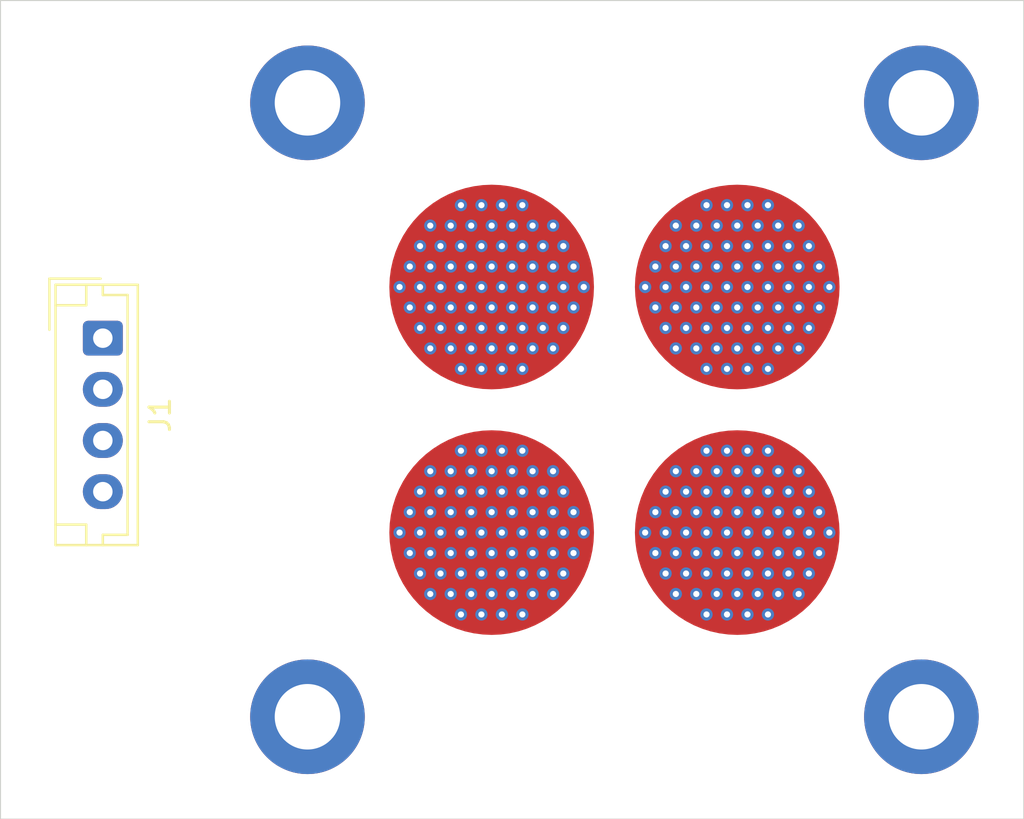
<source format=kicad_pcb>
(kicad_pcb (version 20241229) (generator "pcbnew") (generator_version "9.0")
  (layers (0 "F.Cu" signal) (4 "In1.Cu" signal) (6 "In2.Cu" signal) (2 "B.Cu" signal) (13 "F.Paste" user) (15 "B.Paste" user) (5 "F.SilkS" user "F.Silkscreen") (7 "B.SilkS" user "B.Silkscreen") (1 "F.Mask" user) (3 "B.Mask" user) (25 "Edge.Cuts" user))
  (net 0 "")
  (net 1 "/S1")
  (net 2 "/S2")
  (net 3 "/S3")
  (net 4 "/S4")
  (footprint "TP_Library:TP" (layer "F.Cu") (at 174.5 90)
    (property "Reference" "TP8" (hide yes))
    (property "Value" "TestPoint" (hide yes))
    (pad "1" thru_hole circle (at 0 0) (size 0.6 0.6) (drill 0.3) (layers "*.Cu" "*.Mask") (net 3 "/S3"))
  )
  (footprint "TP_Library:TP" (layer "F.Cu") (at 186.5 90)
    (property "Reference" "TP9" (hide yes))
    (property "Value" "TestPoint" (hide yes))
    (pad "1" thru_hole circle (at 0 0) (size 0.6 0.6) (drill 0.3) (layers "*.Cu" "*.Mask") (net 4 "/S4"))
  )
  (footprint "TP_Library:TP" (layer "F.Cu") (at 182.5 86)
    (property "Reference" "TP9" (hide yes))
    (property "Value" "TestPoint" (hide yes))
    (pad "1" thru_hole circle (at 0 0) (size 0.6 0.6) (drill 0.3) (layers "*.Cu" "*.Mask") (net 4 "/S4"))
  )
  (footprint "TP_Library:TP" (layer "F.Cu") (at 187.5 84)
    (property "Reference" "TP10" (hide yes))
    (property "Value" "TestPoint" (hide yes))
    (pad "1" thru_hole circle (at 0 0) (size 0.6 0.6) (drill 0.3) (layers "*.Cu" "*.Mask") (net 4 "/S4"))
  )
  (footprint "TP_Library:TP" (layer "F.Cu") (at 184.5 92)
    (property "Reference" "TP10" (hide yes))
    (property "Value" "TestPoint" (hide yes))
    (pad "1" thru_hole circle (at 0 0) (size 0.6 0.6) (drill 0.3) (layers "*.Cu" "*.Mask") (net 4 "/S4"))
  )
  (footprint "TP_Library:TP" (layer "F.Cu") (at 187.5 74)
    (property "Reference" "TP5" (hide yes))
    (property "Value" "TestPoint" (hide yes))
    (pad "1" thru_hole circle (at 0 0) (size 0.6 0.6) (drill 0.3) (layers "*.Cu" "*.Mask") (net 2 "/S2"))
  )
  (footprint "TP_Library:TP" (layer "F.Cu") (at 184 79)
    (property "Reference" "TP5" (hide yes))
    (property "Value" "TestPoint" (hide yes))
    (pad "1" thru_hole circle (at 0 0) (size 0.6 0.6) (drill 0.3) (layers "*.Cu" "*.Mask") (net 2 "/S2"))
  )
  (footprint "TP_Library:TP" (layer "F.Cu") (at 172.5 90)
    (property "Reference" "TP8" (hide yes))
    (property "Value" "TestPoint" (hide yes))
    (pad "1" thru_hole circle (at 0 0) (size 0.6 0.6) (drill 0.3) (layers "*.Cu" "*.Mask") (net 3 "/S3"))
  )
  (footprint "TP_Library:TP" (layer "F.Cu") (at 172 75)
    (property "Reference" "TP3" (hide yes))
    (property "Value" "TestPoint" (hide yes))
    (pad "1" thru_hole circle (at 0 0) (size 0.6 0.6) (drill 0.3) (layers "*.Cu" "*.Mask") (net 1 "/S1"))
  )
  (footprint "TP_Library:TP" (layer "F.Cu") (at 186.5 86)
    (property "Reference" "TP9" (hide yes))
    (property "Value" "TestPoint" (hide yes))
    (pad "1" thru_hole circle (at 0 0) (size 0.6 0.6) (drill 0.3) (layers "*.Cu" "*.Mask") (net 4 "/S4"))
  )
  (footprint "TP_Library:TP" (layer "F.Cu") (at 185 89)
    (property "Reference" "TP9" (hide yes))
    (property "Value" "TestPoint" (hide yes))
    (pad "1" thru_hole circle (at 0 0) (size 0.6 0.6) (drill 0.3) (layers "*.Cu" "*.Mask") (net 4 "/S4"))
  )
  (footprint "TP_Library:TP" (layer "F.Cu") (at 177 77)
    (property "Reference" "TP4" (hide yes))
    (property "Value" "TestPoint" (hide yes))
    (pad "1" thru_hole circle (at 0 0) (size 0.6 0.6) (drill 0.3) (layers "*.Cu" "*.Mask") (net 1 "/S1"))
  )
  (footprint "TP_Library:TP" (layer "F.Cu") (at 173.5 90)
    (property "Reference" "TP7" (hide yes))
    (property "Value" "TestPoint" (hide yes))
    (pad "1" thru_hole circle (at 0 0) (size 0.6 0.6) (drill 0.3) (layers "*.Cu" "*.Mask") (net 3 "/S3"))
  )
  (footprint "TP_Library:TP" (layer "F.Cu") (at 188.5 74)
    (property "Reference" "TP6" (hide yes))
    (property "Value" "TestPoint" (hide yes))
    (pad "1" thru_hole circle (at 0 0) (size 0.6 0.6) (drill 0.3) (layers "*.Cu" "*.Mask") (net 2 "/S2"))
  )
  (footprint "TP_Library:TP" (layer "F.Cu") (at 182.5 74)
    (property "Reference" "TP6" (hide yes))
    (property "Value" "TestPoint" (hide yes))
    (pad "1" thru_hole circle (at 0 0) (size 0.6 0.6) (drill 0.3) (layers "*.Cu" "*.Mask") (net 2 "/S2"))
  )
  (footprint "TP_Library:TP" (layer "F.Cu") (at 176 73)
    (property "Reference" "TP3" (hide yes))
    (property "Value" "TestPoint" (hide yes))
    (pad "1" thru_hole circle (at 0 0) (size 0.6 0.6) (drill 0.3) (layers "*.Cu" "*.Mask") (net 1 "/S1"))
  )
  (footprint "TP_Library:TP" (layer "F.Cu") (at 176.5 76)
    (property "Reference" "TP4" (hide yes))
    (property "Value" "TestPoint" (hide yes))
    (pad "1" thru_hole circle (at 0 0) (size 0.6 0.6) (drill 0.3) (layers "*.Cu" "*.Mask") (net 1 "/S1"))
  )
  (footprint "TP_Library:TP" (layer "F.Cu") (at 186.5 76)
    (property "Reference" "TP6" (hide yes))
    (property "Value" "TestPoint" (hide yes))
    (pad "1" thru_hole circle (at 0 0) (size 0.6 0.6) (drill 0.3) (layers "*.Cu" "*.Mask") (net 2 "/S2"))
  )
  (footprint "TP_Library:TP" (layer "F.Cu") (at 172.5 78)
    (property "Reference" "TP4" (hide yes))
    (property "Value" "TestPoint" (hide yes))
    (pad "1" thru_hole circle (at 0 0) (size 0.6 0.6) (drill 0.3) (layers "*.Cu" "*.Mask") (net 1 "/S1"))
  )
  (footprint "TP_Library:TP" (layer "F.Cu") (at 187.5 80)
    (property "Reference" "TP6" (hide yes))
    (property "Value" "TestPoint" (hide yes))
    (pad "1" thru_hole circle (at 0 0) (size 0.6 0.6) (drill 0.3) (layers "*.Cu" "*.Mask") (net 2 "/S2"))
  )
  (footprint "TP_Library:TP" (layer "F.Cu") (at 176.5 88)
    (property "Reference" "TP7" (hide yes))
    (property "Value" "TestPoint" (hide yes))
    (pad "1" thru_hole circle (at 0 0) (size 0.6 0.6) (drill 0.3) (layers "*.Cu" "*.Mask") (net 3 "/S3"))
  )
  (footprint "TP_Library:TP" (layer "F.Cu") (at 172 85)
    (property "Reference" "TP7" (hide yes))
    (property "Value" "TestPoint" (hide yes))
    (pad "1" thru_hole circle (at 0 0) (size 0.6 0.6) (drill 0.3) (layers "*.Cu" "*.Mask") (net 3 "/S3"))
  )
  (footprint "TP_Library:TP" (layer "F.Cu") (at 174 77)
    (property "Reference" "TP3" (hide yes))
    (property "Value" "TestPoint" (hide yes))
    (pad "1" thru_hole circle (at 0 0) (size 0.6 0.6) (drill 0.3) (layers "*.Cu" "*.Mask") (net 1 "/S1"))
  )
  (footprint "TP_Library:TP" (layer "F.Cu") (at 172.5 80)
    (property "Reference" "TP3" (hide yes))
    (property "Value" "TestPoint" (hide yes))
    (pad "1" thru_hole circle (at 0 0) (size 0.6 0.6) (drill 0.3) (layers "*.Cu" "*.Mask") (net 1 "/S1"))
  )
  (footprint "TP_Library:TP" (layer "F.Cu") (at 185.5 72)
    (property "Reference" "TP5" (hide yes))
    (property "Value" "TestPoint" (hide yes))
    (pad "1" thru_hole circle (at 0 0) (size 0.6 0.6) (drill 0.3) (layers "*.Cu" "*.Mask") (net 2 "/S2"))
  )
  (footprint "TP_Library:TP" (layer "F.Cu") (at 169.5 76)
    (property "Reference" "TP3" (hide yes))
    (property "Value" "TestPoint" (hide yes))
    (pad "1" thru_hole circle (at 0 0) (size 0.6 0.6) (drill 0.3) (layers "*.Cu" "*.Mask") (net 1 "/S1"))
  )
  (footprint "TP_Library:TP" (layer "F.Cu") (at 173 79)
    (property "Reference" "TP4" (hide yes))
    (property "Value" "TestPoint" (hide yes))
    (pad "1" thru_hole circle (at 0 0) (size 0.6 0.6) (drill 0.3) (layers "*.Cu" "*.Mask") (net 1 "/S1"))
  )
  (footprint "TP_Library:TP" (layer "F.Cu") (at 177 73)
    (property "Reference" "TP4" (hide yes))
    (property "Value" "TestPoint" (hide yes))
    (pad "1" thru_hole circle (at 0 0) (size 0.6 0.6) (drill 0.3) (layers "*.Cu" "*.Mask") (net 1 "/S1"))
  )
  (footprint "TP_Library:TP" (layer "F.Cu") (at 171 91)
    (property "Reference" "TP8" (hide yes))
    (property "Value" "TestPoint" (hide yes))
    (pad "1" thru_hole circle (at 0 0) (size 0.6 0.6) (drill 0.3) (layers "*.Cu" "*.Mask") (net 3 "/S3"))
  )
  (footprint "TP_Library:TP" (layer "F.Cu") (at 183 85)
    (property "Reference" "TP9" (hide yes))
    (property "Value" "TestPoint" (hide yes))
    (pad "1" thru_hole circle (at 0 0) (size 0.6 0.6) (drill 0.3) (layers "*.Cu" "*.Mask") (net 4 "/S4"))
  )
  (footprint "TP_Library:TP" (layer "F.Cu") (at 174.5 84)
    (property "Reference" "TP7" (hide yes))
    (property "Value" "TestPoint" (hide yes))
    (pad "1" thru_hole circle (at 0 0) (size 0.6 0.6) (drill 0.3) (layers "*.Cu" "*.Mask") (net 3 "/S3"))
  )
  (footprint "TP_Library:TP" (layer "F.Cu") (at 188 87)
    (property "Reference" "TP10" (hide yes))
    (property "Value" "TestPoint" (hide yes))
    (pad "1" thru_hole circle (at 0 0) (size 0.6 0.6) (drill 0.3) (layers "*.Cu" "*.Mask") (net 4 "/S4"))
  )
  (footprint "TP_Library:TP" (layer "F.Cu") (at 173.5 74)
    (property "Reference" "TP3" (hide yes))
    (property "Value" "TestPoint" (hide yes))
    (pad "1" thru_hole circle (at 0 0) (size 0.6 0.6) (drill 0.3) (layers "*.Cu" "*.Mask") (net 1 "/S1"))
  )
  (footprint "TP_Library:TP" (layer "F.Cu") (at 186.5 74)
    (property "Reference" "TP6" (hide yes))
    (property "Value" "TestPoint" (hide yes))
    (pad "1" thru_hole circle (at 0 0) (size 0.6 0.6) (drill 0.3) (layers "*.Cu" "*.Mask") (net 2 "/S2"))
  )
  (footprint "TP_Library:TP" (layer "F.Cu") (at 171.5 74)
    (property "Reference" "TP3" (hide yes))
    (property "Value" "TestPoint" (hide yes))
    (pad "1" thru_hole circle (at 0 0) (size 0.6 0.6) (drill 0.3) (layers "*.Cu" "*.Mask") (net 1 "/S1"))
  )
  (footprint "TP_Library:TP" (layer "F.Cu") (at 185.5 74)
    (property "Reference" "TP5" (hide yes))
    (property "Value" "TestPoint" (hide yes))
    (pad "1" thru_hole circle (at 0 0) (size 0.6 0.6) (drill 0.3) (layers "*.Cu" "*.Mask") (net 2 "/S2"))
  )
  (footprint "TP_Library:TP" (layer "F.Cu") (at 173 77)
    (property "Reference" "TP4" (hide yes))
    (property "Value" "TestPoint" (hide yes))
    (pad "1" thru_hole circle (at 0 0) (size 0.6 0.6) (drill 0.3) (layers "*.Cu" "*.Mask") (net 1 "/S1"))
  )
  (footprint "TP_Library:TP" (layer "F.Cu") (at 173 85)
    (property "Reference" "TP8" (hide yes))
    (property "Value" "TestPoint" (hide yes))
    (pad "1" thru_hole circle (at 0 0) (size 0.6 0.6) (drill 0.3) (layers "*.Cu" "*.Mask") (net 3 "/S3"))
  )
  (footprint "TP_Library:TP" (layer "F.Cu") (at 184 75)
    (property "Reference" "TP5" (hide yes))
    (property "Value" "TestPoint" (hide yes))
    (pad "1" thru_hole circle (at 0 0) (size 0.6 0.6) (drill 0.3) (layers "*.Cu" "*.Mask") (net 2 "/S2"))
  )
  (footprint "TP_Library:TP" (layer "F.Cu") (at 175 75)
    (property "Reference" "TP4" (hide yes))
    (property "Value" "TestPoint" (hide yes))
    (pad "1" thru_hole circle (at 0 0) (size 0.6 0.6) (drill 0.3) (layers "*.Cu" "*.Mask") (net 1 "/S1"))
  )
  (footprint "TP_Library:TP" (layer "F.Cu") (at 177 89)
    (property "Reference" "TP8" (hide yes))
    (property "Value" "TestPoint" (hide yes))
    (pad "1" thru_hole circle (at 0 0) (size 0.6 0.6) (drill 0.3) (layers "*.Cu" "*.Mask") (net 3 "/S3"))
  )
  (footprint "TP_Library:TP" (layer "F.Cu") (at 187 85)
    (property "Reference" "TP9" (hide yes))
    (property "Value" "TestPoint" (hide yes))
    (pad "1" thru_hole circle (at 0 0) (size 0.6 0.6) (drill 0.3) (layers "*.Cu" "*.Mask") (net 4 "/S4"))
  )
  (footprint "TP_Library:TP" (layer "F.Cu") (at 174 91)
    (property "Reference" "TP7" (hide yes))
    (property "Value" "TestPoint" (hide yes))
    (pad "1" thru_hole circle (at 0 0) (size 0.6 0.6) (drill 0.3) (layers "*.Cu" "*.Mask") (net 3 "/S3"))
  )
  (footprint "TP_Library:TP" (layer "F.Cu") (at 188 73)
    (property "Reference" "TP5" (hide yes))
    (property "Value" "TestPoint" (hide yes))
    (pad "1" thru_hole circle (at 0 0) (size 0.6 0.6) (drill 0.3) (layers "*.Cu" "*.Mask") (net 2 "/S2"))
  )
  (footprint "TP_Library:TP" (layer "F.Cu") (at 177 75)
    (property "Reference" "TP4" (hide yes))
    (property "Value" "TestPoint" (hide yes))
    (pad "1" thru_hole circle (at 0 0) (size 0.6 0.6) (drill 0.3) (layers "*.Cu" "*.Mask") (net 1 "/S1"))
  )
  (footprint "TP_Library:TP" (layer "F.Cu") (at 175.5 88)
    (property "Reference" "TP8" (hide yes))
    (property "Value" "TestPoint" (hide yes))
    (pad "1" thru_hole circle (at 0 0) (size 0.6 0.6) (drill 0.3) (layers "*.Cu" "*.Mask") (net 3 "/S3"))
  )
  (footprint "MountingHole:MountingHole_3.2mm_M3_DIN965_Pad" (layer "F.Cu") (at 195 67)
    (property "Reference" "REF**" (hide yes))
    (property "Value" "MountingHole_3.2mm_M3_DIN965_Pad" (hide yes))
    (pad "1" thru_hole circle (at 0 0) (size 5.6 5.6) (drill 3.2) (layers "*.Cu" "*.Mask"))
  )
  (footprint "TP_Library:TP" (layer "F.Cu") (at 175 73)
    (property "Reference" "TP4" (hide yes))
    (property "Value" "TestPoint" (hide yes))
    (pad "1" thru_hole circle (at 0 0) (size 0.6 0.6) (drill 0.3) (layers "*.Cu" "*.Mask") (net 1 "/S1"))
  )
  (footprint "TP_Library:TP" (layer "F.Cu") (at 172 89)
    (property "Reference" "TP7" (hide yes))
    (property "Value" "TestPoint" (hide yes))
    (pad "1" thru_hole circle (at 0 0) (size 0.6 0.6) (drill 0.3) (layers "*.Cu" "*.Mask") (net 3 "/S3"))
  )
  (footprint "" (layer "F.Cu") (at 182 89)
    (property "Reference" "" (at 0 0 0) (layer "F.SilkS") (effects (font (size 1.27 1.27))))
    (property "Value" "")
    (pad "1" thru_hole circle (at 0 0) (size 0.6 0.6) (drill 0.3) (layers "*.Cu" "*.Mask") (net 4 "/S4"))
  )
  (footprint "TP_Library:TP" (layer "F.Cu") (at 185 79)
    (property "Reference" "TP6" (hide yes))
    (property "Value" "TestPoint" (hide yes))
    (pad "1" thru_hole circle (at 0 0) (size 0.6 0.6) (drill 0.3) (layers "*.Cu" "*.Mask") (net 2 "/S2"))
  )
  (footprint "TP_Library:TP" (layer "F.Cu") (at 174.5 88)
    (property "Reference" "TP7" (hide yes))
    (property "Value" "TestPoint" (hide yes))
    (pad "1" thru_hole circle (at 0 0) (size 0.6 0.6) (drill 0.3) (layers "*.Cu" "*.Mask") (net 3 "/S3"))
  )
  (footprint "TP_Library:TP" (layer "F.Cu") (at 176 75)
    (property "Reference" "TP3" (hide yes))
    (property "Value" "TestPoint" (hide yes))
    (pad "1" thru_hole circle (at 0 0) (size 0.6 0.6) (drill 0.3) (layers "*.Cu" "*.Mask") (net 1 "/S1"))
  )
  (footprint "TP_Library:TP" (layer "F.Cu") (at 184 89)
    (property "Reference" "TP10" (hide yes))
    (property "Value" "TestPoint" (hide yes))
    (pad "1" thru_hole circle (at 0 0) (size 0.6 0.6) (drill 0.3) (layers "*.Cu" "*.Mask") (net 4 "/S4"))
  )
  (footprint "TP_Library:TP" (layer "F.Cu") (at 174.5 86)
    (property "Reference" "TP7" (hide yes))
    (property "Value" "TestPoint" (hide yes))
    (pad "1" thru_hole circle (at 0 0) (size 0.6 0.6) (drill 0.3) (layers "*.Cu" "*.Mask") (net 3 "/S3"))
  )
  (footprint "TP_Library:TP" (layer "F.Cu") (at 187 73)
    (property "Reference" "TP6" (hide yes))
    (property "Value" "TestPoint" (hide yes))
    (pad "1" thru_hole circle (at 0 0) (size 0.6 0.6) (drill 0.3) (layers "*.Cu" "*.Mask") (net 2 "/S2"))
  )
  (footprint "TP_Library:TP" (layer "F.Cu") (at 188.5 90)
    (property "Reference" "TP9" (hide yes))
    (property "Value" "TestPoint" (hide yes))
    (pad "1" thru_hole circle (at 0 0) (size 0.6 0.6) (drill 0.3) (layers "*.Cu" "*.Mask") (net 4 "/S4"))
  )
  (footprint "TP_Library:TP" (layer "F.Cu") (at 186.5 88)
    (property "Reference" "TP9" (hide yes))
    (property "Value" "TestPoint" (hide yes))
    (pad "1" thru_hole circle (at 0 0) (size 0.6 0.6) (drill 0.3) (layers "*.Cu" "*.Mask") (net 4 "/S4"))
  )
  (footprint "TP_Library:TP" (layer "F.Cu") (at 184.5 84)
    (property "Reference" "TP9" (hide yes))
    (property "Value" "TestPoint" (hide yes))
    (pad "1" thru_hole circle (at 0 0) (size 0.6 0.6) (drill 0.3) (layers "*.Cu" "*.Mask") (net 4 "/S4"))
  )
  (footprint "TP_Library:TP" (layer "F.Cu") (at 184.5 72)
    (property "Reference" "TP6" (hide yes))
    (property "Value" "TestPoint" (hide yes))
    (pad "1" thru_hole circle (at 0 0) (size 0.6 0.6) (drill 0.3) (layers "*.Cu" "*.Mask") (net 2 "/S2"))
  )
  (footprint "TP_Library:TP" (layer "F.Cu") (at 183.5 88)
    (property "Reference" "TP10" (hide yes))
    (property "Value" "TestPoint" (hide yes))
    (pad "1" thru_hole circle (at 0 0) (size 0.6 0.6) (drill 0.3) (layers "*.Cu" "*.Mask") (net 4 "/S4"))
  )
  (footprint "TP_Library:TP" (layer "F.Cu") (at 171 73)
    (property "Reference" "TP4" (hide yes))
    (property "Value" "TestPoint" (hide yes))
    (pad "1" thru_hole circle (at 0 0) (size 0.6 0.6) (drill 0.3) (layers "*.Cu" "*.Mask") (net 1 "/S1"))
  )
  (footprint "TP_Library:TP" (layer "F.Cu") (at 174.5 72)
    (property "Reference" "TP4" (hide yes))
    (property "Value" "TestPoint" (hide yes))
    (pad "1" thru_hole circle (at 0 0) (size 0.6 0.6) (drill 0.3) (layers "*.Cu" "*.Mask") (net 1 "/S1"))
  )
  (footprint "MountingHole:MountingHole_3.2mm_M3_DIN965_Pad" (layer "F.Cu") (at 165 67)
    (property "Reference" "REF**" (hide yes))
    (property "Value" "MountingHole_3.2mm_M3_DIN965_Pad" (hide yes))
    (pad "1" thru_hole circle (at 0 0) (size 5.6 5.6) (drill 3.2) (layers "*.Cu" "*.Mask"))
  )
  (footprint "TP_Library:TP" (layer "F.Cu") (at 174 73)
    (property "Reference" "TP3" (hide yes))
    (property "Value" "TestPoint" (hide yes))
    (pad "1" thru_hole circle (at 0 0) (size 0.6 0.6) (drill 0.3) (layers "*.Cu" "*.Mask") (net 1 "/S1"))
  )
  (footprint "TP_Library:TP" (layer "F.Cu") (at 174 87)
    (property "Reference" "TP7" (hide yes))
    (property "Value" "TestPoint" (hide yes))
    (pad "1" thru_hole circle (at 0 0) (size 0.6 0.6) (drill 0.3) (layers "*.Cu" "*.Mask") (net 3 "/S3"))
  )
  (footprint "TP_Library:TP" (layer "F.Cu") (at 184 85)
    (property "Reference" "TP10" (hide yes))
    (property "Value" "TestPoint" (hide yes))
    (pad "1" thru_hole circle (at 0 0) (size 0.6 0.6) (drill 0.3) (layers "*.Cu" "*.Mask") (net 4 "/S4"))
  )
  (footprint "TP_Library:TP" (layer "F.Cu") (at 186.5 84)
    (property "Reference" "TP9" (hide yes))
    (property "Value" "TestPoint" (hide yes))
    (pad "1" thru_hole circle (at 0 0) (size 0.6 0.6) (drill 0.3) (layers "*.Cu" "*.Mask") (net 4 "/S4"))
  )
  (footprint "TP_Library:TP" (layer "F.Cu") (at 183 77)
    (property "Reference" "TP6" (hide yes))
    (property "Value" "TestPoint" (hide yes))
    (pad "1" thru_hole circle (at 0 0) (size 0.6 0.6) (drill 0.3) (layers "*.Cu" "*.Mask") (net 2 "/S2"))
  )
  (footprint "TP_Library:TP" (layer "F.Cu") (at 171 89)
    (property "Reference" "TP8" (hide yes))
    (property "Value" "TestPoint" (hide yes))
    (pad "1" thru_hole circle (at 0 0) (size 0.6 0.6) (drill 0.3) (layers "*.Cu" "*.Mask") (net 3 "/S3"))
  )
  (footprint "TP_Library:TP" (layer "F.Cu") (at 176 79)
    (property "Reference" "TP3" (hide yes))
    (property "Value" "TestPoint" (hide yes))
    (pad "1" thru_hole circle (at 0 0) (size 0.6 0.6) (drill 0.3) (layers "*.Cu" "*.Mask") (net 1 "/S1"))
  )
  (footprint "TP_Library:TP" (layer "F.Cu") (at 173 73)
    (property "Reference" "TP4" (hide yes))
    (property "Value" "TestPoint" (hide yes))
    (pad "1" thru_hole circle (at 0 0) (size 0.6 0.6) (drill 0.3) (layers "*.Cu" "*.Mask") (net 1 "/S1"))
  )
  (footprint "TP_Library:TP" (layer "F.Cu") (at 188 89)
    (property "Reference" "TP10" (hide yes))
    (property "Value" "TestPoint" (hide yes))
    (pad "1" thru_hole circle (at 0 0) (size 0.6 0.6) (drill 0.3) (layers "*.Cu" "*.Mask") (net 4 "/S4"))
  )
  (footprint "TP_Library:TP" (layer "F.Cu") (at 184.5 90)
    (property "Reference" "TP9" (hide yes))
    (property "Value" "TestPoint" (hide yes))
    (pad "1" thru_hole circle (at 0 0) (size 0.6 0.6) (drill 0.3) (layers "*.Cu" "*.Mask") (net 4 "/S4"))
  )
  (footprint "TP_Library:TP" (layer "F.Cu") (at 172.5 72)
    (property "Reference" "TP4" (hide yes))
    (property "Value" "TestPoint" (hide yes))
    (pad "1" thru_hole circle (at 0 0) (size 0.6 0.6) (drill 0.3) (layers "*.Cu" "*.Mask") (net 1 "/S1"))
  )
  (footprint "TP_Library:TP" (layer "F.Cu") (at 190 87)
    (property "Reference" "TP10" (hide yes))
    (property "Value" "TestPoint" (hide yes))
    (pad "1" thru_hole circle (at 0 0) (size 0.6 0.6) (drill 0.3) (layers "*.Cu" "*.Mask") (net 4 "/S4"))
  )
  (footprint "TP_Library:TP" (layer "F.Cu") (at 176.5 86)
    (property "Reference" "TP7" (hide yes))
    (property "Value" "TestPoint" (hide yes))
    (pad "1" thru_hole circle (at 0 0) (size 0.6 0.6) (drill 0.3) (layers "*.Cu" "*.Mask") (net 3 "/S3"))
  )
  (footprint "TP_Library:TP" (layer "F.Cu") (at 187.5 92)
    (property "Reference" "TP9" (hide yes))
    (property "Value" "TestPoint" (hide yes))
    (pad "1" thru_hole circle (at 0 0) (size 0.6 0.6) (drill 0.3) (layers "*.Cu" "*.Mask") (net 4 "/S4"))
  )
  (footprint "TP_Library:TP" (layer "F.Cu") (at 177.5 88)
    (property "Reference" "TP7" (hide yes))
    (property "Value" "TestPoint" (hide yes))
    (pad "1" thru_hole circle (at 0 0) (size 0.6 0.6) (drill 0.3) (layers "*.Cu" "*.Mask") (net 3 "/S3"))
  )
  (footprint "TP_Library:TP" (layer "F.Cu") (at 183 75)
    (property "Reference" "TP6" (hide yes))
    (property "Value" "TestPoint" (hide yes))
    (pad "1" thru_hole circle (at 0 0) (size 0.6 0.6) (drill 0.3) (layers "*.Cu" "*.Mask") (net 2 "/S2"))
  )
  (footprint "TP_Library:TP" (layer "F.Cu") (at 183.5 90)
    (property "Reference" "TP10" (hide yes))
    (property "Value" "TestPoint" (hide yes))
    (pad "1" thru_hole circle (at 0 0) (size 0.6 0.6) (drill 0.3) (layers "*.Cu" "*.Mask") (net 4 "/S4"))
  )
  (footprint "TP_Library:TP" (layer "F.Cu") (at 171.5 86)
    (property "Reference" "TP8" (hide yes))
    (property "Value" "TestPoint" (hide yes))
    (pad "1" thru_hole circle (at 0 0) (size 0.6 0.6) (drill 0.3) (layers "*.Cu" "*.Mask") (net 3 "/S3"))
  )
  (footprint "TP_Library:TP" (layer "F.Cu") (at 171 87)
    (property "Reference" "TP8" (hide yes))
    (property "Value" "TestPoint" (hide yes))
    (pad "1" thru_hole circle (at 0 0) (size 0.6 0.6) (drill 0.3) (layers "*.Cu" "*.Mask") (net 3 "/S3"))
  )
  (footprint "TP_Library:TP" (layer "F.Cu") (at 184.5 86)
    (property "Reference" "TP9" (hide yes))
    (property "Value" "TestPoint" (hide yes))
    (pad "1" thru_hole circle (at 0 0) (size 0.6 0.6) (drill 0.3) (layers "*.Cu" "*.Mask") (net 4 "/S4"))
  )
  (footprint "TP_Library:TP" (layer "F.Cu") (at 187 87)
    (property "Reference" "TP9" (hide yes))
    (property "Value" "TestPoint" (hide yes))
    (pad "1" thru_hole circle (at 0 0) (size 0.6 0.6) (drill 0.3) (layers "*.Cu" "*.Mask") (net 4 "/S4"))
  )
  (footprint "TP_Library:TP" (layer "F.Cu") (at 170.5 74)
    (property "Reference" "TP4" (hide yes))
    (property "Value" "TestPoint" (hide yes))
    (pad "1" thru_hole circle (at 0 0) (size 0.6 0.6) (drill 0.3) (layers "*.Cu" "*.Mask") (net 1 "/S1"))
  )
  (footprint "TP_Library:TP" (layer "F.Cu") (at 176 87)
    (property "Reference" "TP7" (hide yes))
    (property "Value" "TestPoint" (hide yes))
    (pad "1" thru_hole circle (at 0 0) (size 0.6 0.6) (drill 0.3) (layers "*.Cu" "*.Mask") (net 3 "/S3"))
  )
  (footprint "TP_Library:TP" (layer "F.Cu") (at 185.5 80)
    (property "Reference" "TP6" (hide yes))
    (property "Value" "TestPoint" (hide yes))
    (pad "1" thru_hole circle (at 0 0) (size 0.6 0.6) (drill 0.3) (layers "*.Cu" "*.Mask") (net 2 "/S2"))
  )
  (footprint "TP_Library:TP" (layer "F.Cu") (at 186 77)
    (property "Reference" "TP5" (hide yes))
    (property "Value" "TestPoint" (hide yes))
    (pad "1" thru_hole circle (at 0 0) (size 0.6 0.6) (drill 0.3) (layers "*.Cu" "*.Mask") (net 2 "/S2"))
  )
  (footprint "" (layer "F.Cu") (at 182 87)
    (property "Reference" "" (at 0 0 0) (layer "F.SilkS") (effects (font (size 1.27 1.27))))
    (property "Value" "")
    (pad "1" thru_hole circle (at 0 0) (size 0.6 0.6) (drill 0.3) (layers "*.Cu" "*.Mask") (net 4 "/S4"))
  )
  (footprint "TP_Library:TP" (layer "F.Cu") (at 176.5 78)
    (property "Reference" "TP4" (hide yes))
    (property "Value" "TestPoint" (hide yes))
    (pad "1" thru_hole circle (at 0 0) (size 0.6 0.6) (drill 0.3) (layers "*.Cu" "*.Mask") (net 1 "/S1"))
  )
  (footprint "TP_Library:TP" (layer "F.Cu") (at 187 79)
    (property "Reference" "TP6" (hide yes))
    (property "Value" "TestPoint" (hide yes))
    (pad "1" thru_hole circle (at 0 0) (size 0.6 0.6) (drill 0.3) (layers "*.Cu" "*.Mask") (net 2 "/S2"))
  )
  (footprint "TP_Library:TP" (layer "F.Cu") (at 189 79)
    (property "Reference" "TP6" (hide yes))
    (property "Value" "TestPoint" (hide yes))
    (pad "1" thru_hole circle (at 0 0) (size 0.6 0.6) (drill 0.3) (layers "*.Cu" "*.Mask") (net 2 "/S2"))
  )
  (footprint "TP_Library:TP" (layer "F.Cu") (at 188 91)
    (property "Reference" "TP10" (hide yes))
    (property "Value" "TestPoint" (hide yes))
    (pad "1" thru_hole circle (at 0 0) (size 0.6 0.6) (drill 0.3) (layers "*.Cu" "*.Mask") (net 4 "/S4"))
  )
  (footprint "TP_Library:TP" (layer "F.Cu") (at 172 77)
    (property "Reference" "TP3" (hide yes))
    (property "Value" "TestPoint" (hide yes))
    (pad "1" thru_hole circle (at 0 0) (size 0.6 0.6) (drill 0.3) (layers "*.Cu" "*.Mask") (net 1 "/S1"))
  )
  (footprint "TP_Library:TP" (layer "F.Cu") (at 187 91)
    (property "Reference" "TP9" (hide yes))
    (property "Value" "TestPoint" (hide yes))
    (pad "1" thru_hole circle (at 0 0) (size 0.6 0.6) (drill 0.3) (layers "*.Cu" "*.Mask") (net 4 "/S4"))
  )
  (footprint "TP_Library:TP" (layer "F.Cu") (at 172.5 76)
    (property "Reference" "TP4" (hide yes))
    (property "Value" "TestPoint" (hide yes))
    (pad "1" thru_hole circle (at 0 0) (size 0.6 0.6) (drill 0.3) (layers "*.Cu" "*.Mask") (net 1 "/S1"))
  )
  (footprint "TP_Library:TP" (layer "F.Cu") (at 184.5 80)
    (property "Reference" "TP5" (hide yes))
    (property "Value" "TestPoint" (hide yes))
    (pad "1" thru_hole circle (at 0 0) (size 0.6 0.6) (drill 0.3) (layers "*.Cu" "*.Mask") (net 2 "/S2"))
  )
  (footprint "TP_Library:TP" (layer "F.Cu") (at 185.5 88)
    (property "Reference" "TP10" (hide yes))
    (property "Value" "TestPoint" (hide yes))
    (pad "1" thru_hole circle (at 0 0) (size 0.6 0.6) (drill 0.3) (layers "*.Cu" "*.Mask") (net 4 "/S4"))
  )
  (footprint "TP_Library:TP" (layer "F.Cu") (at 175 77)
    (property "Reference" "TP4" (hide yes))
    (property "Value" "TestPoint" (hide yes))
    (pad "1" thru_hole circle (at 0 0) (size 0.6 0.6) (drill 0.3) (layers "*.Cu" "*.Mask") (net 1 "/S1"))
  )
  (footprint "MountingHole:MountingHole_3.2mm_M3_DIN965_Pad" (layer "F.Cu") (at 165 97)
    (property "Reference" "REF**" (hide yes))
    (property "Value" "MountingHole_3.2mm_M3_DIN965_Pad" (hide yes))
    (pad "1" thru_hole circle (at 0 0) (size 5.6 5.6) (drill 3.2) (layers "*.Cu" "*.Mask"))
  )
  (footprint "TP_Library:TP" (layer "F.Cu") (at 189 77)
    (property "Reference" "TP6" (hide yes))
    (property "Value" "TestPoint" (hide yes))
    (pad "1" thru_hole circle (at 0 0) (size 0.6 0.6) (drill 0.3) (layers "*.Cu" "*.Mask") (net 2 "/S2"))
  )
  (footprint "TP_Library:TP" (layer "F.Cu") (at 172 87)
    (property "Reference" "TP7" (hide yes))
    (property "Value" "TestPoint" (hide yes))
    (pad "1" thru_hole circle (at 0 0) (size 0.6 0.6) (drill 0.3) (layers "*.Cu" "*.Mask") (net 3 "/S3"))
  )
  (footprint "TP_Library:TP" (layer "F.Cu") (at 172 79)
    (property "Reference" "TP3" (hide yes))
    (property "Value" "TestPoint" (hide yes))
    (pad "1" thru_hole circle (at 0 0) (size 0.6 0.6) (drill 0.3) (layers "*.Cu" "*.Mask") (net 1 "/S1"))
  )
  (footprint "TP_Library:TP" (layer "F.Cu") (at 184.5 78)
    (property "Reference" "TP6" (hide yes))
    (property "Value" "TestPoint" (hide yes))
    (pad "1" thru_hole circle (at 0 0) (size 0.6 0.6) (drill 0.3) (layers "*.Cu" "*.Mask") (net 2 "/S2"))
  )
  (footprint "TP_Library:TP" (layer "F.Cu") (at 185 91)
    (property "Reference" "TP9" (hide yes))
    (property "Value" "TestPoint" (hide yes))
    (pad "1" thru_hole circle (at 0 0) (size 0.6 0.6) (drill 0.3) (layers "*.Cu" "*.Mask") (net 4 "/S4"))
  )
  (footprint "TP_Library:TP" (layer "F.Cu") (at 172.5 88)
    (property "Reference" "TP7" (hide yes))
    (property "Value" "TestPoint" (hide yes))
    (pad "1" thru_hole circle (at 0 0) (size 0.6 0.6) (drill 0.3) (layers "*.Cu" "*.Mask") (net 3 "/S3"))
  )
  (footprint "TP_Library:TP" (layer "F.Cu") (at 189.5 86)
    (property "Reference" "TP10" (hide yes))
    (property "Value" "TestPoint" (hide yes))
    (pad "1" thru_hole circle (at 0 0) (size 0.6 0.6) (drill 0.3) (layers "*.Cu" "*.Mask") (net 4 "/S4"))
  )
  (footprint "TP_Library:TP" (layer "F.Cu") (at 187.5 72)
    (property "Reference" "TP5" (hide yes))
    (property "Value" "TestPoint" (hide yes))
    (pad "1" thru_hole circle (at 0 0) (size 0.6 0.6) (drill 0.3) (layers "*.Cu" "*.Mask") (net 2 "/S2"))
  )
  (footprint "TP_Library:TP" (layer "F.Cu") (at 175.5 90)
    (property "Reference" "TP7" (hide yes))
    (property "Value" "TestPoint" (hide yes))
    (pad "1" thru_hole circle (at 0 0) (size 0.6 0.6) (drill 0.3) (layers "*.Cu" "*.Mask") (net 3 "/S3"))
  )
  (footprint "TP_Library:TP" (layer "F.Cu") (at 186.5 78)
    (property "Reference" "TP6" (hide yes))
    (property "Value" "TestPoint" (hide yes))
    (pad "1" thru_hole circle (at 0 0) (size 0.6 0.6) (drill 0.3) (layers "*.Cu" "*.Mask") (net 2 "/S2"))
  )
  (footprint "TP_Library:TP" (layer "F.Cu") (at 171 79)
    (property "Reference" "TP4" (hide yes))
    (property "Value" "TestPoint" (hide yes))
    (pad "1" thru_hole circle (at 0 0) (size 0.6 0.6) (drill 0.3) (layers "*.Cu" "*.Mask") (net 1 "/S1"))
  )
  (footprint "TP_Library:TP" (layer "F.Cu") (at 172.5 86)
    (property "Reference" "TP7" (hide yes))
    (property "Value" "TestPoint" (hide yes))
    (pad "1" thru_hole circle (at 0 0) (size 0.6 0.6) (drill 0.3) (layers "*.Cu" "*.Mask") (net 3 "/S3"))
  )
  (footprint "TP_Library:TP" (layer "F.Cu") (at 175 87)
    (property "Reference" "TP8" (hide yes))
    (property "Value" "TestPoint" (hide yes))
    (pad "1" thru_hole circle (at 0 0) (size 0.6 0.6) (drill 0.3) (layers "*.Cu" "*.Mask") (net 3 "/S3"))
  )
  (footprint "TP_Library:TP" (layer "F.Cu") (at 169.5 88)
    (property "Reference" "TP7" (hide yes))
    (property "Value" "TestPoint" (hide yes))
    (pad "1" thru_hole circle (at 0 0) (size 0.6 0.6) (drill 0.3) (layers "*.Cu" "*.Mask") (net 3 "/S3"))
  )
  (footprint "TP_Library:TP" (layer "F.Cu") (at 177.5 86)
    (property "Reference" "TP8" (hide yes))
    (property "Value" "TestPoint" (hide yes))
    (pad "1" thru_hole circle (at 0 0) (size 0.6 0.6) (drill 0.3) (layers "*.Cu" "*.Mask") (net 3 "/S3"))
  )
  (footprint "TP_Library:TP" (layer "F.Cu") (at 175 79)
    (property "Reference" "TP4" (hide yes))
    (property "Value" "TestPoint" (hide yes))
    (pad "1" thru_hole circle (at 0 0) (size 0.6 0.6) (drill 0.3) (layers "*.Cu" "*.Mask") (net 1 "/S1"))
  )
  (footprint "TP_Library:TP" (layer "F.Cu") (at 189 75)
    (property "Reference" "TP6" (hide yes))
    (property "Value" "TestPoint" (hide yes))
    (pad "1" thru_hole circle (at 0 0) (size 0.6 0.6) (drill 0.3) (layers "*.Cu" "*.Mask") (net 2 "/S2"))
  )
  (footprint "TP_Library:TP" (layer "F.Cu") (at 186 85)
    (property "Reference" "TP10" (hide yes))
    (property "Value" "TestPoint" (hide yes))
    (pad "1" thru_hole circle (at 0 0) (size 0.6 0.6) (drill 0.3) (layers "*.Cu" "*.Mask") (net 4 "/S4"))
  )
  (footprint "TP_Library:TP" (layer "F.Cu") (at 186 75)
    (property "Reference" "TP5" (hide yes))
    (property "Value" "TestPoint" (hide yes))
    (pad "1" thru_hole circle (at 0 0) (size 0.6 0.6) (drill 0.3) (layers "*.Cu" "*.Mask") (net 2 "/S2"))
  )
  (footprint "TP_Library:TP" (layer "F.Cu") (at 183 91)
    (property "Reference" "TP9" (hide yes))
    (property "Value" "TestPoint" (hide yes))
    (pad "1" thru_hole circle (at 0 0) (size 0.6 0.6) (drill 0.3) (layers "*.Cu" "*.Mask") (net 4 "/S4"))
  )
  (footprint "TP_Library:TP" (layer "F.Cu") (at 171.5 78)
    (property "Reference" "TP3" (hide yes))
    (property "Value" "TestPoint" (hide yes))
    (pad "1" thru_hole circle (at 0 0) (size 0.6 0.6) (drill 0.3) (layers "*.Cu" "*.Mask") (net 1 "/S1"))
  )
  (footprint "TP_Library:TP" (layer "F.Cu") (at 186 73)
    (property "Reference" "TP5" (hide yes))
    (property "Value" "TestPoint" (hide yes))
    (pad "1" thru_hole circle (at 0 0) (size 0.6 0.6) (drill 0.3) (layers "*.Cu" "*.Mask") (net 2 "/S2"))
  )
  (footprint "TP_Library:TP" (layer "F.Cu") (at 175.5 78)
    (property "Reference" "TP3" (hide yes))
    (property "Value" "TestPoint" (hide yes))
    (pad "1" thru_hole circle (at 0 0) (size 0.6 0.6) (drill 0.3) (layers "*.Cu" "*.Mask") (net 1 "/S1"))
  )
  (footprint "TP_Library:TP" (layer "F.Cu") (at 178.5 76)
    (property "Reference" "TP3" (hide yes))
    (property "Value" "TestPoint" (hide yes))
    (pad "1" thru_hole circle (at 0 0) (size 0.6 0.6) (drill 0.3) (layers "*.Cu" "*.Mask") (net 1 "/S1"))
  )
  (footprint "TP_Library:TP" (layer "F.Cu") (at 171.5 90)
    (property "Reference" "TP7" (hide yes))
    (property "Value" "TestPoint" (hide yes))
    (pad "1" thru_hole circle (at 0 0) (size 0.6 0.6) (drill 0.3) (layers "*.Cu" "*.Mask") (net 3 "/S3"))
  )
  (footprint "TP_Library:TP" (layer "F.Cu") (at 183.5 86)
    (property "Reference" "TP10" (hide yes))
    (property "Value" "TestPoint" (hide yes))
    (pad "1" thru_hole circle (at 0 0) (size 0.6 0.6) (drill 0.3) (layers "*.Cu" "*.Mask") (net 4 "/S4"))
  )
  (footprint "TP_Library:TP" (layer "F.Cu") (at 170.5 86)
    (property "Reference" "TP7" (hide yes))
    (property "Value" "TestPoint" (hide yes))
    (pad "1" thru_hole circle (at 0 0) (size 0.6 0.6) (drill 0.3) (layers "*.Cu" "*.Mask") (net 3 "/S3"))
  )
  (footprint "TP_Library:TP" (layer "F.Cu") (at 187.5 88)
    (property "Reference" "TP10" (hide yes))
    (property "Value" "TestPoint" (hide yes))
    (pad "1" thru_hole circle (at 0 0) (size 0.6 0.6) (drill 0.3) (layers "*.Cu" "*.Mask") (net 4 "/S4"))
  )
  (footprint "TP_Library:TP" (layer "F.Cu") (at 172.5 92)
    (property "Reference" "TP7" (hide yes))
    (property "Value" "TestPoint" (hide yes))
    (pad "1" thru_hole circle (at 0 0) (size 0.6 0.6) (drill 0.3) (layers "*.Cu" "*.Mask") (net 3 "/S3"))
  )
  (footprint "TP_Library:TP" (layer "F.Cu") (at 178.5 88)
    (property "Reference" "TP8" (hide yes))
    (property "Value" "TestPoint" (hide yes))
    (pad "1" thru_hole circle (at 0 0) (size 0.6 0.6) (drill 0.3) (layers "*.Cu" "*.Mask") (net 3 "/S3"))
  )
  (footprint "TP_Library:TP" (layer "F.Cu") (at 177.5 78)
    (property "Reference" "TP3" (hide yes))
    (property "Value" "TestPoint" (hide yes))
    (pad "1" thru_hole circle (at 0 0) (size 0.6 0.6) (drill 0.3) (layers "*.Cu" "*.Mask") (net 1 "/S1"))
  )
  (footprint "TP_Library:TP" (layer "F.Cu") (at 186.5 72)
    (property "Reference" "TP6" (hide yes))
    (property "Value" "TestPoint" (hide yes))
    (pad "1" thru_hole circle (at 0 0) (size 0.6 0.6) (drill 0.3) (layers "*.Cu" "*.Mask") (net 2 "/S2"))
  )
  (footprint "TP_Library:TP" (layer "F.Cu") (at 172 91)
    (property "Reference" "TP7" (hide yes))
    (property "Value" "TestPoint" (hide yes))
    (pad "1" thru_hole circle (at 0 0) (size 0.6 0.6) (drill 0.3) (layers "*.Cu" "*.Mask") (net 3 "/S3"))
  )
  (footprint "TP_Library:TP" (layer "F.Cu") (at 188 75)
    (property "Reference" "TP5" (hide yes))
    (property "Value" "TestPoint" (hide yes))
    (pad "1" thru_hole circle (at 0 0) (size 0.6 0.6) (drill 0.3) (layers "*.Cu" "*.Mask") (net 2 "/S2"))
  )
  (footprint "TP_Library:TP" (layer "F.Cu") (at 190.5 88)
    (property "Reference" "TP10" (hide yes))
    (property "Value" "TestPoint" (hide yes))
    (pad "1" thru_hole circle (at 0 0) (size 0.6 0.6) (drill 0.3) (layers "*.Cu" "*.Mask") (net 4 "/S4"))
  )
  (footprint "TP_Library:TP" (layer "F.Cu") (at 184 73)
    (property "Reference" "TP5" (hide yes))
    (property "Value" "TestPoint" (hide yes))
    (pad "1" thru_hole circle (at 0 0) (size 0.6 0.6) (drill 0.3) (layers "*.Cu" "*.Mask") (net 2 "/S2"))
  )
  (footprint "TP_Library:TP" (layer "F.Cu") (at 174 75)
    (property "Reference" "TP3" (hide yes))
    (property "Value" "TestPoint" (hide yes))
    (pad "1" thru_hole circle (at 0 0) (size 0.6 0.6) (drill 0.3) (layers "*.Cu" "*.Mask") (net 1 "/S1"))
  )
  (footprint "" (layer "F.Cu") (at 170 77)
    (property "Reference" "" (at 0 0 0) (layer "F.SilkS") (effects (font (size 1.27 1.27))))
    (property "Value" "")
    (pad "1" thru_hole circle (at 0 0) (size 0.6 0.6) (drill 0.3) (layers "*.Cu" "*.Mask") (net 1 "/S1"))
  )
  (footprint "TP_Library:TP" (layer "F.Cu") (at 189.5 76)
    (property "Reference" "TP5" (hide yes))
    (property "Value" "TestPoint" (hide yes))
    (pad "1" thru_hole circle (at 0 0) (size 0.6 0.6) (drill 0.3) (layers "*.Cu" "*.Mask") (net 2 "/S2"))
  )
  (footprint "TP_Library:TP" (layer "F.Cu") (at 173.5 80)
    (property "Reference" "TP4" (hide yes))
    (property "Value" "TestPoint" (hide yes))
    (pad "1" thru_hole circle (at 0 0) (size 0.6 0.6) (drill 0.3) (layers "*.Cu" "*.Mask") (net 1 "/S1"))
  )
  (footprint "TP_Library:TP" (layer "F.Cu") (at 175.5 72)
    (property "Reference" "TP3" (hide yes))
    (property "Value" "TestPoint" (hide yes))
    (pad "1" thru_hole circle (at 0 0) (size 0.6 0.6) (drill 0.3) (layers "*.Cu" "*.Mask") (net 1 "/S1"))
  )
  (footprint "TP_Library:TP" (layer "F.Cu") (at 187 77)
    (property "Reference" "TP6" (hide yes))
    (property "Value" "TestPoint" (hide yes))
    (pad "1" thru_hole circle (at 0 0) (size 0.6 0.6) (drill 0.3) (layers "*.Cu" "*.Mask") (net 2 "/S2"))
  )
  (footprint "TP_Library:TP" (layer "F.Cu") (at 173 87)
    (property "Reference" "TP8" (hide yes))
    (property "Value" "TestPoint" (hide yes))
    (pad "1" thru_hole circle (at 0 0) (size 0.6 0.6) (drill 0.3) (layers "*.Cu" "*.Mask") (net 3 "/S3"))
  )
  (footprint "TP_Library:TP" (layer "F.Cu") (at 172.5 84)
    (property "Reference" "TP7" (hide yes))
    (property "Value" "TestPoint" (hide yes))
    (pad "1" thru_hole circle (at 0 0) (size 0.6 0.6) (drill 0.3) (layers "*.Cu" "*.Mask") (net 3 "/S3"))
  )
  (footprint "TP_Library:TP" (layer "F.Cu") (at 176.5 90)
    (property "Reference" "TP8" (hide yes))
    (property "Value" "TestPoint" (hide yes))
    (pad "1" thru_hole circle (at 0 0) (size 0.6 0.6) (drill 0.3) (layers "*.Cu" "*.Mask") (net 3 "/S3"))
  )
  (footprint "" (layer "F.Cu") (at 170 75)
    (property "Reference" "" (at 0 0 0) (layer "F.SilkS") (effects (font (size 1.27 1.27))))
    (property "Value" "")
    (pad "1" thru_hole circle (at 0 0) (size 0.6 0.6) (drill 0.3) (layers "*.Cu" "*.Mask") (net 1 "/S1"))
  )
  (footprint "TP_Library:TP" (layer "F.Cu") (at 189 91)
    (property "Reference" "TP9" (hide yes))
    (property "Value" "TestPoint" (hide yes))
    (pad "1" thru_hole circle (at 0 0) (size 0.6 0.6) (drill 0.3) (layers "*.Cu" "*.Mask") (net 4 "/S4"))
  )
  (footprint "TP_Library:TP" (layer "F.Cu") (at 183.5 74)
    (property "Reference" "TP5" (hide yes))
    (property "Value" "TestPoint" (hide yes))
    (pad "1" thru_hole circle (at 0 0) (size 0.6 0.6) (drill 0.3) (layers "*.Cu" "*.Mask") (net 2 "/S2"))
  )
  (footprint "" (layer "F.Cu") (at 182 77)
    (property "Reference" "" (at 0 0 0) (layer "F.SilkS") (effects (font (size 1.27 1.27))))
    (property "Value" "")
    (pad "1" thru_hole circle (at 0 0) (size 0.6 0.6) (drill 0.3) (layers "*.Cu" "*.Mask") (net 2 "/S2"))
  )
  (footprint "TP_Library:TP" (layer "F.Cu") (at 189 85)
    (property "Reference" "TP9" (hide yes))
    (property "Value" "TestPoint" (hide yes))
    (pad "1" thru_hole circle (at 0 0) (size 0.6 0.6) (drill 0.3) (layers "*.Cu" "*.Mask") (net 4 "/S4"))
  )
  (footprint "TP_Library:TP" (layer "F.Cu") (at 173 75)
    (property "Reference" "TP4" (hide yes))
    (property "Value" "TestPoint" (hide yes))
    (pad "1" thru_hole circle (at 0 0) (size 0.6 0.6) (drill 0.3) (layers "*.Cu" "*.Mask") (net 1 "/S1"))
  )
  (footprint "TP_Library:TP" (layer "F.Cu") (at 185.5 76)
    (property "Reference" "TP5" (hide yes))
    (property "Value" "TestPoint" (hide yes))
    (pad "1" thru_hole circle (at 0 0) (size 0.6 0.6) (drill 0.3) (layers "*.Cu" "*.Mask") (net 2 "/S2"))
  )
  (footprint "TP_Library:TP" (layer "F.Cu") (at 170.5 90)
    (property "Reference" "TP8" (hide yes))
    (property "Value" "TestPoint" (hide yes))
    (pad "1" thru_hole circle (at 0 0) (size 0.6 0.6) (drill 0.3) (layers "*.Cu" "*.Mask") (net 3 "/S3"))
  )
  (footprint "TP_Library:TP" (layer "F.Cu") (at 189.5 74)
    (property "Reference" "TP5" (hide yes))
    (property "Value" "TestPoint" (hide yes))
    (pad "1" thru_hole circle (at 0 0) (size 0.6 0.6) (drill 0.3) (layers "*.Cu" "*.Mask") (net 2 "/S2"))
  )
  (footprint "TP_Library:TP" (layer "F.Cu") (at 176 77)
    (property "Reference" "TP3" (hide yes))
    (property "Value" "TestPoint" (hide yes))
    (pad "1" thru_hole circle (at 0 0) (size 0.6 0.6) (drill 0.3) (layers "*.Cu" "*.Mask") (net 1 "/S1"))
  )
  (footprint "TP_Library:TP" (layer "F.Cu") (at 187 75)
    (property "Reference" "TP6" (hide yes))
    (property "Value" "TestPoint" (hide yes))
    (pad "1" thru_hole circle (at 0 0) (size 0.6 0.6) (drill 0.3) (layers "*.Cu" "*.Mask") (net 2 "/S2"))
  )
  (footprint "TP_Library:TP" (layer "F.Cu") (at 183 89)
    (property "Reference" "TP9" (hide yes))
    (property "Value" "TestPoint" (hide yes))
    (pad "1" thru_hole circle (at 0 0) (size 0.6 0.6) (drill 0.3) (layers "*.Cu" "*.Mask") (net 4 "/S4"))
  )
  (footprint "TP_Library:TP" (layer "F.Cu") (at 175 85)
    (property "Reference" "TP8" (hide yes))
    (property "Value" "TestPoint" (hide yes))
    (pad "1" thru_hole circle (at 0 0) (size 0.6 0.6) (drill 0.3) (layers "*.Cu" "*.Mask") (net 3 "/S3"))
  )
  (footprint "TP_Library:TP" (layer "F.Cu") (at 185 77)
    (property "Reference" "TP6" (hide yes))
    (property "Value" "TestPoint" (hide yes))
    (pad "1" thru_hole circle (at 0 0) (size 0.6 0.6) (drill 0.3) (layers "*.Cu" "*.Mask") (net 2 "/S2"))
  )
  (footprint "TP_Library:TP" (layer "F.Cu") (at 175.5 80)
    (property "Reference" "TP4" (hide yes))
    (property "Value" "TestPoint" (hide yes))
    (pad "1" thru_hole circle (at 0 0) (size 0.6 0.6) (drill 0.3) (layers "*.Cu" "*.Mask") (net 1 "/S1"))
  )
  (footprint "TP_Library:TP" (layer "F.Cu") (at 175 91)
    (property "Reference" "TP8" (hide yes))
    (property "Value" "TestPoint" (hide yes))
    (pad "1" thru_hole circle (at 0 0) (size 0.6 0.6) (drill 0.3) (layers "*.Cu" "*.Mask") (net 3 "/S3"))
  )
  (footprint "TP_Library:TP" (layer "F.Cu") (at 174.5 92)
    (property "Reference" "TP7" (hide yes))
    (property "Value" "TestPoint" (hide yes))
    (pad "1" thru_hole circle (at 0 0) (size 0.6 0.6) (drill 0.3) (layers "*.Cu" "*.Mask") (net 3 "/S3"))
  )
  (footprint "MountingHole:MountingHole_3.2mm_M3_DIN965_Pad" (layer "F.Cu") (at 195 97)
    (property "Reference" "REF**" (hide yes))
    (property "Value" "MountingHole_3.2mm_M3_DIN965_Pad" (hide yes))
    (pad "1" thru_hole circle (at 0 0) (size 5.6 5.6) (drill 3.2) (layers "*.Cu" "*.Mask"))
  )
  (footprint "TP_Library:TP" (layer "F.Cu") (at 187.5 76)
    (property "Reference" "TP5" (hide yes))
    (property "Value" "TestPoint" (hide yes))
    (pad "1" thru_hole circle (at 0 0) (size 0.6 0.6) (drill 0.3) (layers "*.Cu" "*.Mask") (net 2 "/S2"))
  )
  (footprint "TP_Library:TP" (layer "F.Cu") (at 186.5 92)
    (property "Reference" "TP10" (hide yes))
    (property "Value" "TestPoint" (hide yes))
    (pad "1" thru_hole circle (at 0 0) (size 0.6 0.6) (drill 0.3) (layers "*.Cu" "*.Mask") (net 4 "/S4"))
  )
  (footprint "TP_Library:TP" (layer "F.Cu") (at 178 77)
    (property "Reference" "TP3" (hide yes))
    (property "Value" "TestPoint" (hide yes))
    (pad "1" thru_hole circle (at 0 0) (size 0.6 0.6) (drill 0.3) (layers "*.Cu" "*.Mask") (net 1 "/S1"))
  )
  (footprint "TP_Library:TP" (layer "F.Cu") (at 170 89)
    (property "Reference" "TP7" (hide yes))
    (property "Value" "TestPoint" (hide yes))
    (pad "1" thru_hole circle (at 0 0) (size 0.6 0.6) (drill 0.3) (layers "*.Cu" "*.Mask") (net 3 "/S3"))
  )
  (footprint "TP_Library:TP" (layer "F.Cu") (at 171 75)
    (property "Reference" "TP4" (hide yes))
    (property "Value" "TestPoint" (hide yes))
    (pad "1" thru_hole circle (at 0 0) (size 0.6 0.6) (drill 0.3) (layers "*.Cu" "*.Mask") (net 1 "/S1"))
  )
  (footprint "TP_Library:TP" (layer "F.Cu") (at 187.5 78)
    (property "Reference" "TP5" (hide yes))
    (property "Value" "TestPoint" (hide yes))
    (pad "1" thru_hole circle (at 0 0) (size 0.6 0.6) (drill 0.3) (layers "*.Cu" "*.Mask") (net 2 "/S2"))
  )
  (footprint "" (layer "F.Cu") (at 181.5 76)
    (property "Reference" "" (at 0 0 0) (layer "F.SilkS") (effects (font (size 1.27 1.27))))
    (property "Value" "")
    (pad "1" thru_hole circle (at 0 0) (size 0.6 0.6) (drill 0.3) (layers "*.Cu" "*.Mask") (net 2 "/S2"))
  )
  (footprint "TP_Library:TP" (layer "F.Cu") (at 183.5 78)
    (property "Reference" "TP5" (hide yes))
    (property "Value" "TestPoint" (hide yes))
    (pad "1" thru_hole circle (at 0 0) (size 0.6 0.6) (drill 0.3) (layers "*.Cu" "*.Mask") (net 2 "/S2"))
  )
  (footprint "TP_Library:TP" (layer "F.Cu") (at 190 89)
    (property "Reference" "TP10" (hide yes))
    (property "Value" "TestPoint" (hide yes))
    (pad "1" thru_hole circle (at 0 0) (size 0.6 0.6) (drill 0.3) (layers "*.Cu" "*.Mask") (net 4 "/S4"))
  )
  (footprint "TP_Library:TP" (layer "F.Cu") (at 183 73)
    (property "Reference" "TP6" (hide yes))
    (property "Value" "TestPoint" (hide yes))
    (pad "1" thru_hole circle (at 0 0) (size 0.6 0.6) (drill 0.3) (layers "*.Cu" "*.Mask") (net 2 "/S2"))
  )
  (footprint "TP_Library:TP" (layer "F.Cu") (at 178 75)
    (property "Reference" "TP3" (hide yes))
    (property "Value" "TestPoint" (hide yes))
    (pad "1" thru_hole circle (at 0 0) (size 0.6 0.6) (drill 0.3) (layers "*.Cu" "*.Mask") (net 1 "/S1"))
  )
  (footprint "TP_Library:TP" (layer "F.Cu") (at 185.5 84)
    (property "Reference" "TP10" (hide yes))
    (property "Value" "TestPoint" (hide yes))
    (pad "1" thru_hole circle (at 0 0) (size 0.6 0.6) (drill 0.3) (layers "*.Cu" "*.Mask") (net 4 "/S4"))
  )
  (footprint "TP_Library:TP" (layer "F.Cu") (at 173.5 88)
    (property "Reference" "TP8" (hide yes))
    (property "Value" "TestPoint" (hide yes))
    (pad "1" thru_hole circle (at 0 0) (size 0.6 0.6) (drill 0.3) (layers "*.Cu" "*.Mask") (net 3 "/S3"))
  )
  (footprint "TP_Library:TP" (layer "F.Cu") (at 184 87)
    (property "Reference" "TP10" (hide yes))
    (property "Value" "TestPoint" (hide yes))
    (pad "1" thru_hole circle (at 0 0) (size 0.6 0.6) (drill 0.3) (layers "*.Cu" "*.Mask") (net 4 "/S4"))
  )
  (footprint "TP_Library:TP" (layer "F.Cu") (at 183 79)
    (property "Reference" "TP6" (hide yes))
    (property "Value" "TestPoint" (hide yes))
    (pad "1" thru_hole circle (at 0 0) (size 0.6 0.6) (drill 0.3) (layers "*.Cu" "*.Mask") (net 2 "/S2"))
  )
  (footprint "TP_Library:TP" (layer "F.Cu") (at 188.5 78)
    (property "Reference" "TP6" (hide yes))
    (property "Value" "TestPoint" (hide yes))
    (pad "1" thru_hole circle (at 0 0) (size 0.6 0.6) (drill 0.3) (layers "*.Cu" "*.Mask") (net 2 "/S2"))
  )
  (footprint "TP_Library:TP" (layer "F.Cu") (at 174.5 76)
    (property "Reference" "TP4" (hide yes))
    (property "Value" "TestPoint" (hide yes))
    (pad "1" thru_hole circle (at 0 0) (size 0.6 0.6) (drill 0.3) (layers "*.Cu" "*.Mask") (net 1 "/S1"))
  )
  (footprint "TP_Library:TP" (layer "F.Cu") (at 184.5 76)
    (property "Reference" "TP6" (hide yes))
    (property "Value" "TestPoint" (hide yes))
    (pad "1" thru_hole circle (at 0 0) (size 0.6 0.6) (drill 0.3) (layers "*.Cu" "*.Mask") (net 2 "/S2"))
  )
  (footprint "TP_Library:TP" (layer "F.Cu") (at 184 91)
    (property "Reference" "TP10" (hide yes))
    (property "Value" "TestPoint" (hide yes))
    (pad "1" thru_hole circle (at 0 0) (size 0.6 0.6) (drill 0.3) (layers "*.Cu" "*.Mask") (net 4 "/S4"))
  )
  (footprint "TP_Library:TP" (layer "F.Cu") (at 188 79)
    (property "Reference" "TP5" (hide yes))
    (property "Value" "TestPoint" (hide yes))
    (pad "1" thru_hole circle (at 0 0) (size 0.6 0.6) (drill 0.3) (layers "*.Cu" "*.Mask") (net 2 "/S2"))
  )
  (footprint "TP_Library:TP" (layer "F.Cu") (at 186 79)
    (property "Reference" "TP5" (hide yes))
    (property "Value" "TestPoint" (hide yes))
    (pad "1" thru_hole circle (at 0 0) (size 0.6 0.6) (drill 0.3) (layers "*.Cu" "*.Mask") (net 2 "/S2"))
  )
  (footprint "TP_Library:TP" (layer "F.Cu") (at 186.5 80)
    (property "Reference" "TP5" (hide yes))
    (property "Value" "TestPoint" (hide yes))
    (pad "1" thru_hole circle (at 0 0) (size 0.6 0.6) (drill 0.3) (layers "*.Cu" "*.Mask") (net 2 "/S2"))
  )
  (footprint "TP_Library:TP" (layer "F.Cu") (at 173 91)
    (property "Reference" "TP8" (hide yes))
    (property "Value" "TestPoint" (hide yes))
    (pad "1" thru_hole circle (at 0 0) (size 0.6 0.6) (drill 0.3) (layers "*.Cu" "*.Mask") (net 3 "/S3"))
  )
  (footprint "TP_Library:TP" (layer "F.Cu") (at 184.5 74)
    (property "Reference" "TP6" (hide yes))
    (property "Value" "TestPoint" (hide yes))
    (pad "1" thru_hole circle (at 0 0) (size 0.6 0.6) (drill 0.3) (layers "*.Cu" "*.Mask") (net 2 "/S2"))
  )
  (footprint "TP_Library:TP" (layer "F.Cu") (at 186 87)
    (property "Reference" "TP10" (hide yes))
    (property "Value" "TestPoint" (hide yes))
    (pad "1" thru_hole circle (at 0 0) (size 0.6 0.6) (drill 0.3) (layers "*.Cu" "*.Mask") (net 4 "/S4"))
  )
  (footprint "TP_Library:TP" (layer "F.Cu") (at 173 89)
    (property "Reference" "TP8" (hide yes))
    (property "Value" "TestPoint" (hide yes))
    (pad "1" thru_hole circle (at 0 0) (size 0.6 0.6) (drill 0.3) (layers "*.Cu" "*.Mask") (net 3 "/S3"))
  )
  (footprint "TP_Library:TP" (layer "F.Cu") (at 173.5 86)
    (property "Reference" "TP8" (hide yes))
    (property "Value" "TestPoint" (hide yes))
    (pad "1" thru_hole circle (at 0 0) (size 0.6 0.6) (drill 0.3) (layers "*.Cu" "*.Mask") (net 3 "/S3"))
  )
  (footprint "TP_Library:TP" (layer "F.Cu") (at 184.5 88)
    (property "Reference" "TP9" (hide yes))
    (property "Value" "TestPoint" (hide yes))
    (pad "1" thru_hole circle (at 0 0) (size 0.6 0.6) (drill 0.3) (layers "*.Cu" "*.Mask") (net 4 "/S4"))
  )
  (footprint "TP_Library:TP" (layer "F.Cu") (at 190 75)
    (property "Reference" "TP5" (hide yes))
    (property "Value" "TestPoint" (hide yes))
    (pad "1" thru_hole circle (at 0 0) (size 0.6 0.6) (drill 0.3) (layers "*.Cu" "*.Mask") (net 2 "/S2"))
  )
  (footprint "TP_Library:TP" (layer "F.Cu") (at 176 85)
    (property "Reference" "TP7" (hide yes))
    (property "Value" "TestPoint" (hide yes))
    (pad "1" thru_hole circle (at 0 0) (size 0.6 0.6) (drill 0.3) (layers "*.Cu" "*.Mask") (net 3 "/S3"))
  )
  (footprint "TP_Library:TP" (layer "F.Cu") (at 171 85)
    (property "Reference" "TP8" (hide yes))
    (property "Value" "TestPoint" (hide yes))
    (pad "1" thru_hole circle (at 0 0) (size 0.6 0.6) (drill 0.3) (layers "*.Cu" "*.Mask") (net 3 "/S3"))
  )
  (footprint "TP_Library:TP" (layer "F.Cu") (at 183.5 76)
    (property "Reference" "TP5" (hide yes))
    (property "Value" "TestPoint" (hide yes))
    (pad "1" thru_hole circle (at 0 0) (size 0.6 0.6) (drill 0.3) (layers "*.Cu" "*.Mask") (net 2 "/S2"))
  )
  (footprint "TP_Library:TP" (layer "F.Cu") (at 174 79)
    (property "Reference" "TP3" (hide yes))
    (property "Value" "TestPoint" (hide yes))
    (pad "1" thru_hole circle (at 0 0) (size 0.6 0.6) (drill 0.3) (layers "*.Cu" "*.Mask") (net 1 "/S1"))
  )
  (footprint "TP_Library:TP" (layer "F.Cu") (at 176 89)
    (property "Reference" "TP7" (hide yes))
    (property "Value" "TestPoint" (hide yes))
    (pad "1" thru_hole circle (at 0 0) (size 0.6 0.6) (drill 0.3) (layers "*.Cu" "*.Mask") (net 3 "/S3"))
  )
  (footprint "TP_Library:TP" (layer "F.Cu") (at 176.5 74)
    (property "Reference" "TP4" (hide yes))
    (property "Value" "TestPoint" (hide yes))
    (pad "1" thru_hole circle (at 0 0) (size 0.6 0.6) (drill 0.3) (layers "*.Cu" "*.Mask") (net 1 "/S1"))
  )
  (footprint "TP_Library:TP" (layer "F.Cu") (at 175.5 74)
    (property "Reference" "TP3" (hide yes))
    (property "Value" "TestPoint" (hide yes))
    (pad "1" thru_hole circle (at 0 0) (size 0.6 0.6) (drill 0.3) (layers "*.Cu" "*.Mask") (net 1 "/S1"))
  )
  (footprint "TP_Library:TP" (layer "F.Cu") (at 185.5 90)
    (property "Reference" "TP10" (hide yes))
    (property "Value" "TestPoint" (hide yes))
    (pad "1" thru_hole circle (at 0 0) (size 0.6 0.6) (drill 0.3) (layers "*.Cu" "*.Mask") (net 4 "/S4"))
  )
  (footprint "TP_Library:TP" (layer "F.Cu") (at 185.5 92)
    (property "Reference" "TP9" (hide yes))
    (property "Value" "TestPoint" (hide yes))
    (pad "1" thru_hole circle (at 0 0) (size 0.6 0.6) (drill 0.3) (layers "*.Cu" "*.Mask") (net 4 "/S4"))
  )
  (footprint "TP_Library:TP" (layer "F.Cu") (at 185.5 78)
    (property "Reference" "TP5" (hide yes))
    (property "Value" "TestPoint" (hide yes))
    (pad "1" thru_hole circle (at 0 0) (size 0.6 0.6) (drill 0.3) (layers "*.Cu" "*.Mask") (net 2 "/S2"))
  )
  (footprint "TP_Library:TP" (layer "F.Cu") (at 189.5 90)
    (property "Reference" "TP10" (hide yes))
    (property "Value" "TestPoint" (hide yes))
    (pad "1" thru_hole circle (at 0 0) (size 0.6 0.6) (drill 0.3) (layers "*.Cu" "*.Mask") (net 4 "/S4"))
  )
  (footprint "TP_Library:TP" (layer "F.Cu") (at 188 77)
    (property "Reference" "TP5" (hide yes))
    (property "Value" "TestPoint" (hide yes))
    (pad "1" thru_hole circle (at 0 0) (size 0.6 0.6) (drill 0.3) (layers "*.Cu" "*.Mask") (net 2 "/S2"))
  )
  (footprint "TP_Library:TP" (layer "F.Cu") (at 187.5 90)
    (property "Reference" "TP10" (hide yes))
    (property "Value" "TestPoint" (hide yes))
    (pad "1" thru_hole circle (at 0 0) (size 0.6 0.6) (drill 0.3) (layers "*.Cu" "*.Mask") (net 4 "/S4"))
  )
  (footprint "TP_Library:TP" (layer "F.Cu") (at 188.5 86)
    (property "Reference" "TP9" (hide yes))
    (property "Value" "TestPoint" (hide yes))
    (pad "1" thru_hole circle (at 0 0) (size 0.6 0.6) (drill 0.3) (layers "*.Cu" "*.Mask") (net 4 "/S4"))
  )
  (footprint "TP_Library:TP" (layer "F.Cu") (at 185 85)
    (property "Reference" "TP9" (hide yes))
    (property "Value" "TestPoint" (hide yes))
    (pad "1" thru_hole circle (at 0 0) (size 0.6 0.6) (drill 0.3) (layers "*.Cu" "*.Mask") (net 4 "/S4"))
  )
  (footprint "TP_Library:TP" (layer "F.Cu") (at 175.5 86)
    (property "Reference" "TP8" (hide yes))
    (property "Value" "TestPoint" (hide yes))
    (pad "1" thru_hole circle (at 0 0) (size 0.6 0.6) (drill 0.3) (layers "*.Cu" "*.Mask") (net 3 "/S3"))
  )
  (footprint "TP_Library:TP" (layer "F.Cu") (at 174.5 80)
    (property "Reference" "TP3" (hide yes))
    (property "Value" "TestPoint" (hide yes))
    (pad "1" thru_hole circle (at 0 0) (size 0.6 0.6) (drill 0.3) (layers "*.Cu" "*.Mask") (net 1 "/S1"))
  )
  (footprint "TP_Library:TP" (layer "F.Cu") (at 189.5 88)
    (property "Reference" "TP10" (hide yes))
    (property "Value" "TestPoint" (hide yes))
    (pad "1" thru_hole circle (at 0 0) (size 0.6 0.6) (drill 0.3) (layers "*.Cu" "*.Mask") (net 4 "/S4"))
  )
  (footprint "TP_Library:TP" (layer "F.Cu") (at 190 77)
    (property "Reference" "TP5" (hide yes))
    (property "Value" "TestPoint" (hide yes))
    (pad "1" thru_hole circle (at 0 0) (size 0.6 0.6) (drill 0.3) (layers "*.Cu" "*.Mask") (net 2 "/S2"))
  )
  (footprint "TP_Library:TP" (layer "F.Cu") (at 173.5 76)
    (property "Reference" "TP3" (hide yes))
    (property "Value" "TestPoint" (hide yes))
    (pad "1" thru_hole circle (at 0 0) (size 0.6 0.6) (drill 0.3) (layers "*.Cu" "*.Mask") (net 1 "/S1"))
  )
  (footprint "TP_Library:TP" (layer "F.Cu") (at 189 89)
    (property "Reference" "TP9" (hide yes))
    (property "Value" "TestPoint" (hide yes))
    (pad "1" thru_hole circle (at 0 0) (size 0.6 0.6) (drill 0.3) (layers "*.Cu" "*.Mask") (net 4 "/S4"))
  )
  (footprint "TP_Library:TP" (layer "F.Cu") (at 175 89)
    (property "Reference" "TP8" (hide yes))
    (property "Value" "TestPoint" (hide yes))
    (pad "1" thru_hole circle (at 0 0) (size 0.6 0.6) (drill 0.3) (layers "*.Cu" "*.Mask") (net 3 "/S3"))
  )
  (footprint "TP_Library:TP" (layer "F.Cu") (at 172.5 74)
    (property "Reference" "TP4" (hide yes))
    (property "Value" "TestPoint" (hide yes))
    (pad "1" thru_hole circle (at 0 0) (size 0.6 0.6) (drill 0.3) (layers "*.Cu" "*.Mask") (net 1 "/S1"))
  )
  (footprint "TP_Library:TP" (layer "F.Cu") (at 170.5 88)
    (property "Reference" "TP7" (hide yes))
    (property "Value" "TestPoint" (hide yes))
    (pad "1" thru_hole circle (at 0 0) (size 0.6 0.6) (drill 0.3) (layers "*.Cu" "*.Mask") (net 3 "/S3"))
  )
  (footprint "" (layer "F.Cu") (at 181.5 88)
    (property "Reference" "" (at 0 0 0) (layer "F.SilkS") (effects (font (size 1.27 1.27))))
    (property "Value" "")
    (pad "1" thru_hole circle (at 0 0) (size 0.6 0.6) (drill 0.3) (layers "*.Cu" "*.Mask") (net 4 "/S4"))
  )
  (footprint "TP_Library:TP" (layer "F.Cu") (at 175.5 92)
    (property "Reference" "TP8" (hide yes))
    (property "Value" "TestPoint" (hide yes))
    (pad "1" thru_hole circle (at 0 0) (size 0.6 0.6) (drill 0.3) (layers "*.Cu" "*.Mask") (net 3 "/S3"))
  )
  (footprint "TP_Library:TP" (layer "F.Cu") (at 171.5 76)
    (property "Reference" "TP3" (hide yes))
    (property "Value" "TestPoint" (hide yes))
    (pad "1" thru_hole circle (at 0 0) (size 0.6 0.6) (drill 0.3) (layers "*.Cu" "*.Mask") (net 1 "/S1"))
  )
  (footprint "TP_Library:TP" (layer "F.Cu") (at 186 89)
    (property "Reference" "TP10" (hide yes))
    (property "Value" "TestPoint" (hide yes))
    (pad "1" thru_hole circle (at 0 0) (size 0.6 0.6) (drill 0.3) (layers "*.Cu" "*.Mask") (net 4 "/S4"))
  )
  (footprint "TP_Library:TP" (layer "F.Cu") (at 174 89)
    (property "Reference" "TP7" (hide yes))
    (property "Value" "TestPoint" (hide yes))
    (pad "1" thru_hole circle (at 0 0) (size 0.6 0.6) (drill 0.3) (layers "*.Cu" "*.Mask") (net 3 "/S3"))
  )
  (footprint "TP_Library:TP" (layer "F.Cu") (at 175.5 76)
    (property "Reference" "TP3" (hide yes))
    (property "Value" "TestPoint" (hide yes))
    (pad "1" thru_hole circle (at 0 0) (size 0.6 0.6) (drill 0.3) (layers "*.Cu" "*.Mask") (net 1 "/S1"))
  )
  (footprint "TP_Library:TP" (layer "F.Cu") (at 177 85)
    (property "Reference" "TP8" (hide yes))
    (property "Value" "TestPoint" (hide yes))
    (pad "1" thru_hole circle (at 0 0) (size 0.6 0.6) (drill 0.3) (layers "*.Cu" "*.Mask") (net 3 "/S3"))
  )
  (footprint "TP_Library:TP" (layer "F.Cu") (at 171 77)
    (property "Reference" "TP4" (hide yes))
    (property "Value" "TestPoint" (hide yes))
    (pad "1" thru_hole circle (at 0 0) (size 0.6 0.6) (drill 0.3) (layers "*.Cu" "*.Mask") (net 1 "/S1"))
  )
  (footprint "TP_Library:TP" (layer "F.Cu") (at 184 77)
    (property "Reference" "TP5" (hide yes))
    (property "Value" "TestPoint" (hide yes))
    (pad "1" thru_hole circle (at 0 0) (size 0.6 0.6) (drill 0.3) (layers "*.Cu" "*.Mask") (net 2 "/S2"))
  )
  (footprint "TP_Library:TP" (layer "F.Cu") (at 188.5 88)
    (property "Reference" "TP9" (hide yes))
    (property "Value" "TestPoint" (hide yes))
    (pad "1" thru_hole circle (at 0 0) (size 0.6 0.6) (drill 0.3) (layers "*.Cu" "*.Mask") (net 4 "/S4"))
  )
  (footprint "TP_Library:TP" (layer "F.Cu") (at 173.5 78)
    (property "Reference" "TP3" (hide yes))
    (property "Value" "TestPoint" (hide yes))
    (pad "1" thru_hole circle (at 0 0) (size 0.6 0.6) (drill 0.3) (layers "*.Cu" "*.Mask") (net 1 "/S1"))
  )
  (footprint "TP_Library:TP" (layer "F.Cu") (at 183 87)
    (property "Reference" "TP9" (hide yes))
    (property "Value" "TestPoint" (hide yes))
    (pad "1" thru_hole circle (at 0 0) (size 0.6 0.6) (drill 0.3) (layers "*.Cu" "*.Mask") (net 4 "/S4"))
  )
  (footprint "Connector_JST:JST_EH_B4B-EH-A_1x04_P2.50mm_Vertical" (layer "F.Cu") (at 155 78.5 -90)
    (property "Reference" "J1" (at 3.75 -2.8 90) (layer "F.SilkS"))
    (property "Value" "Conn_01x05_Pin")
    (pad "1" thru_hole roundrect (at 0 0 270) (size 1.7 1.95) (drill 0.95) (layers "*.Cu" "*.Mask") (roundrect_rratio 0.147059) (net 2 "/S2"))
    (pad "2" thru_hole oval (at 2.5 0 270) (size 1.7 1.95) (drill 0.95) (layers "*.Cu" "*.Mask") (net 1 "/S1"))
    (pad "3" thru_hole oval (at 5 0 270) (size 1.7 1.95) (drill 0.95) (layers "*.Cu" "*.Mask") (net 3 "/S3"))
    (pad "4" thru_hole oval (at 7.5 0 270) (size 1.7 1.95) (drill 0.95) (layers "*.Cu" "*.Mask") (net 4 "/S4"))
  )
  (footprint "TP_Library:TP" (layer "F.Cu") (at 190.5 76)
    (property "Reference" "TP5" (hide yes))
    (property "Value" "TestPoint" (hide yes))
    (pad "1" thru_hole circle (at 0 0) (size 0.6 0.6) (drill 0.3) (layers "*.Cu" "*.Mask") (net 2 "/S2"))
  )
  (footprint "TP_Library:TP" (layer "F.Cu") (at 177 79)
    (property "Reference" "TP4" (hide yes))
    (property "Value" "TestPoint" (hide yes))
    (pad "1" thru_hole circle (at 0 0) (size 0.6 0.6) (drill 0.3) (layers "*.Cu" "*.Mask") (net 1 "/S1"))
  )
  (footprint "TP_Library:TP" (layer "F.Cu") (at 188.5 76)
    (property "Reference" "TP6" (hide yes))
    (property "Value" "TestPoint" (hide yes))
    (pad "1" thru_hole circle (at 0 0) (size 0.6 0.6) (drill 0.3) (layers "*.Cu" "*.Mask") (net 2 "/S2"))
  )
  (footprint "TP_Library:TP" (layer "F.Cu") (at 173.5 72)
    (property "Reference" "TP3" (hide yes))
    (property "Value" "TestPoint" (hide yes))
    (pad "1" thru_hole circle (at 0 0) (size 0.6 0.6) (drill 0.3) (layers "*.Cu" "*.Mask") (net 1 "/S1"))
  )
  (footprint "TP_Library:TP" (layer "F.Cu") (at 172 73)
    (property "Reference" "TP3" (hide yes))
    (property "Value" "TestPoint" (hide yes))
    (pad "1" thru_hole circle (at 0 0) (size 0.6 0.6) (drill 0.3) (layers "*.Cu" "*.Mask") (net 1 "/S1"))
  )
  (footprint "TP_Library:TP" (layer "F.Cu") (at 177 91)
    (property "Reference" "TP8" (hide yes))
    (property "Value" "TestPoint" (hide yes))
    (pad "1" thru_hole circle (at 0 0) (size 0.6 0.6) (drill 0.3) (layers "*.Cu" "*.Mask") (net 3 "/S3"))
  )
  (footprint "TP_Library:TP" (layer "F.Cu") (at 177.5 76)
    (property "Reference" "TP3" (hide yes))
    (property "Value" "TestPoint" (hide yes))
    (pad "1" thru_hole circle (at 0 0) (size 0.6 0.6) (drill 0.3) (layers "*.Cu" "*.Mask") (net 1 "/S1"))
  )
  (footprint "TP_Library:TP" (layer "F.Cu") (at 186 91)
    (property "Reference" "TP10" (hide yes))
    (property "Value" "TestPoint" (hide yes))
    (pad "1" thru_hole circle (at 0 0) (size 0.6 0.6) (drill 0.3) (layers "*.Cu" "*.Mask") (net 4 "/S4"))
  )
  (footprint "TP_Library:TP" (layer "F.Cu") (at 185 73)
    (property "Reference" "TP6" (hide yes))
    (property "Value" "TestPoint" (hide yes))
    (pad "1" thru_hole circle (at 0 0) (size 0.6 0.6) (drill 0.3) (layers "*.Cu" "*.Mask") (net 2 "/S2"))
  )
  (footprint "TP_Library:TP" (layer "F.Cu") (at 178 89)
    (property "Reference" "TP8" (hide yes))
    (property "Value" "TestPoint" (hide yes))
    (pad "1" thru_hole circle (at 0 0) (size 0.6 0.6) (drill 0.3) (layers "*.Cu" "*.Mask") (net 3 "/S3"))
  )
  (footprint "TP_Library:TP" (layer "F.Cu") (at 171.5 88)
    (property "Reference" "TP8" (hide yes))
    (property "Value" "TestPoint" (hide yes))
    (pad "1" thru_hole circle (at 0 0) (size 0.6 0.6) (drill 0.3) (layers "*.Cu" "*.Mask") (net 3 "/S3"))
  )
  (footprint "TP_Library:TP" (layer "F.Cu") (at 177.5 90)
    (property "Reference" "TP8" (hide yes))
    (property "Value" "TestPoint" (hide yes))
    (pad "1" thru_hole circle (at 0 0) (size 0.6 0.6) (drill 0.3) (layers "*.Cu" "*.Mask") (net 3 "/S3"))
  )
  (footprint "TP_Library:TP" (layer "F.Cu") (at 170.5 78)
    (property "Reference" "TP4" (hide yes))
    (property "Value" "TestPoint" (hide yes))
    (pad "1" thru_hole circle (at 0 0) (size 0.6 0.6) (drill 0.3) (layers "*.Cu" "*.Mask") (net 1 "/S1"))
  )
  (footprint "TP_Library:TP" (layer "F.Cu") (at 187.5 86)
    (property "Reference" "TP10" (hide yes))
    (property "Value" "TestPoint" (hide yes))
    (pad "1" thru_hole circle (at 0 0) (size 0.6 0.6) (drill 0.3) (layers "*.Cu" "*.Mask") (net 4 "/S4"))
  )
  (footprint "TP_Library:TP" (layer "F.Cu") (at 188 85)
    (property "Reference" "TP10" (hide yes))
    (property "Value" "TestPoint" (hide yes))
    (pad "1" thru_hole circle (at 0 0) (size 0.6 0.6) (drill 0.3) (layers "*.Cu" "*.Mask") (net 4 "/S4"))
  )
  (footprint "TP_Library:TP" (layer "F.Cu") (at 174.5 74)
    (property "Reference" "TP4" (hide yes))
    (property "Value" "TestPoint" (hide yes))
    (pad "1" thru_hole circle (at 0 0) (size 0.6 0.6) (drill 0.3) (layers "*.Cu" "*.Mask") (net 1 "/S1"))
  )
  (footprint "TP_Library:TP" (layer "F.Cu") (at 182.5 90)
    (property "Reference" "TP9" (hide yes))
    (property "Value" "TestPoint" (hide yes))
    (pad "1" thru_hole circle (at 0 0) (size 0.6 0.6) (drill 0.3) (layers "*.Cu" "*.Mask") (net 4 "/S4"))
  )
  (footprint "TP_Library:TP" (layer "F.Cu") (at 170 87)
    (property "Reference" "TP7" (hide yes))
    (property "Value" "TestPoint" (hide yes))
    (pad "1" thru_hole circle (at 0 0) (size 0.6 0.6) (drill 0.3) (layers "*.Cu" "*.Mask") (net 3 "/S3"))
  )
  (footprint "TP_Library:TP" (layer "F.Cu") (at 176 91)
    (property "Reference" "TP7" (hide yes))
    (property "Value" "TestPoint" (hide yes))
    (pad "1" thru_hole circle (at 0 0) (size 0.6 0.6) (drill 0.3) (layers "*.Cu" "*.Mask") (net 3 "/S3"))
  )
  (footprint "TP_Library:TP" (layer "F.Cu") (at 187 89)
    (property "Reference" "TP9" (hide yes))
    (property "Value" "TestPoint" (hide yes))
    (pad "1" thru_hole circle (at 0 0) (size 0.6 0.6) (drill 0.3) (layers "*.Cu" "*.Mask") (net 4 "/S4"))
  )
  (footprint "TP_Library:TP" (layer "F.Cu") (at 170.5 76)
    (property "Reference" "TP4" (hide yes))
    (property "Value" "TestPoint" (hide yes))
    (pad "1" thru_hole circle (at 0 0) (size 0.6 0.6) (drill 0.3) (layers "*.Cu" "*.Mask") (net 1 "/S1"))
  )
  (footprint "TP_Library:TP" (layer "F.Cu") (at 189.5 78)
    (property "Reference" "TP5" (hide yes))
    (property "Value" "TestPoint" (hide yes))
    (pad "1" thru_hole circle (at 0 0) (size 0.6 0.6) (drill 0.3) (layers "*.Cu" "*.Mask") (net 2 "/S2"))
  )
  (footprint "" (layer "F.Cu") (at 182 75)
    (property "Reference" "" (at 0 0 0) (layer "F.SilkS") (effects (font (size 1.27 1.27))))
    (property "Value" "")
    (pad "1" thru_hole circle (at 0 0) (size 0.6 0.6) (drill 0.3) (layers "*.Cu" "*.Mask") (net 2 "/S2"))
  )
  (footprint "TP_Library:TP" (layer "F.Cu") (at 185 75)
    (property "Reference" "TP6" (hide yes))
    (property "Value" "TestPoint" (hide yes))
    (pad "1" thru_hole circle (at 0 0) (size 0.6 0.6) (drill 0.3) (layers "*.Cu" "*.Mask") (net 2 "/S2"))
  )
  (footprint "TP_Library:TP" (layer "F.Cu") (at 189 73)
    (property "Reference" "TP6" (hide yes))
    (property "Value" "TestPoint" (hide yes))
    (pad "1" thru_hole circle (at 0 0) (size 0.6 0.6) (drill 0.3) (layers "*.Cu" "*.Mask") (net 2 "/S2"))
  )
  (footprint "TP_Library:TP" (layer "F.Cu") (at 185.5 86)
    (property "Reference" "TP10" (hide yes))
    (property "Value" "TestPoint" (hide yes))
    (pad "1" thru_hole circle (at 0 0) (size 0.6 0.6) (drill 0.3) (layers "*.Cu" "*.Mask") (net 4 "/S4"))
  )
  (footprint "TP_Library:TP" (layer "F.Cu") (at 177 87)
    (property "Reference" "TP8" (hide yes))
    (property "Value" "TestPoint" (hide yes))
    (pad "1" thru_hole circle (at 0 0) (size 0.6 0.6) (drill 0.3) (layers "*.Cu" "*.Mask") (net 3 "/S3"))
  )
  (footprint "TP_Library:TP" (layer "F.Cu") (at 182.5 88)
    (property "Reference" "TP9" (hide yes))
    (property "Value" "TestPoint" (hide yes))
    (pad "1" thru_hole circle (at 0 0) (size 0.6 0.6) (drill 0.3) (layers "*.Cu" "*.Mask") (net 4 "/S4"))
  )
  (footprint "TP_Library:TP" (layer "F.Cu") (at 173.5 92)
    (property "Reference" "TP8" (hide yes))
    (property "Value" "TestPoint" (hide yes))
    (pad "1" thru_hole circle (at 0 0) (size 0.6 0.6) (drill 0.3) (layers "*.Cu" "*.Mask") (net 3 "/S3"))
  )
  (footprint "TP_Library:TP" (layer "F.Cu") (at 177.5 74)
    (property "Reference" "TP3" (hide yes))
    (property "Value" "TestPoint" (hide yes))
    (pad "1" thru_hole circle (at 0 0) (size 0.6 0.6) (drill 0.3) (layers "*.Cu" "*.Mask") (net 1 "/S1"))
  )
  (footprint "TP_Library:TP" (layer "F.Cu") (at 174 85)
    (property "Reference" "TP7" (hide yes))
    (property "Value" "TestPoint" (hide yes))
    (pad "1" thru_hole circle (at 0 0) (size 0.6 0.6) (drill 0.3) (layers "*.Cu" "*.Mask") (net 3 "/S3"))
  )
  (footprint "TP_Library:TP" (layer "F.Cu") (at 189 87)
    (property "Reference" "TP9" (hide yes))
    (property "Value" "TestPoint" (hide yes))
    (pad "1" thru_hole circle (at 0 0) (size 0.6 0.6) (drill 0.3) (layers "*.Cu" "*.Mask") (net 4 "/S4"))
  )
  (footprint "TP_Library:TP" (layer "F.Cu") (at 173.5 84)
    (property "Reference" "TP8" (hide yes))
    (property "Value" "TestPoint" (hide yes))
    (pad "1" thru_hole circle (at 0 0) (size 0.6 0.6) (drill 0.3) (layers "*.Cu" "*.Mask") (net 3 "/S3"))
  )
  (footprint "TP_Library:TP" (layer "F.Cu") (at 182.5 78)
    (property "Reference" "TP6" (hide yes))
    (property "Value" "TestPoint" (hide yes))
    (pad "1" thru_hole circle (at 0 0) (size 0.6 0.6) (drill 0.3) (layers "*.Cu" "*.Mask") (net 2 "/S2"))
  )
  (footprint "TP_Library:TP" (layer "F.Cu") (at 182.5 76)
    (property "Reference" "TP6" (hide yes))
    (property "Value" "TestPoint" (hide yes))
    (pad "1" thru_hole circle (at 0 0) (size 0.6 0.6) (drill 0.3) (layers "*.Cu" "*.Mask") (net 2 "/S2"))
  )
  (footprint "TP_Library:TP" (layer "F.Cu") (at 174.5 78)
    (property "Reference" "TP4" (hide yes))
    (property "Value" "TestPoint" (hide yes))
    (pad "1" thru_hole circle (at 0 0) (size 0.6 0.6) (drill 0.3) (layers "*.Cu" "*.Mask") (net 1 "/S1"))
  )
  (footprint "TP_Library:TP" (layer "F.Cu") (at 185 87)
    (property "Reference" "TP9" (hide yes))
    (property "Value" "TestPoint" (hide yes))
    (pad "1" thru_hole circle (at 0 0) (size 0.6 0.6) (drill 0.3) (layers "*.Cu" "*.Mask") (net 4 "/S4"))
  )
  (footprint "TP_Library:TP" (layer "F.Cu") (at 175.5 84)
    (property "Reference" "TP8" (hide yes))
    (property "Value" "TestPoint" (hide yes))
    (pad "1" thru_hole circle (at 0 0) (size 0.6 0.6) (drill 0.3) (layers "*.Cu" "*.Mask") (net 3 "/S3"))
  )
  (footprint "TP_Library:TP" (layer "F.Cu") (at 178 87)
    (property "Reference" "TP7" (hide yes))
    (property "Value" "TestPoint" (hide yes))
    (pad "1" thru_hole circle (at 0 0) (size 0.6 0.6) (drill 0.3) (layers "*.Cu" "*.Mask") (net 3 "/S3"))
  )
  (gr_rect (start 150 62) (end 200 102) (stroke (width 0.05)) (fill no) (layer "Edge.Cuts"))
  (zone (net 1) (net_name "/S1") (layer "F.Cu") (connect_pads yes (clearance 0.1)) (min_thickness 0.1) (fill yes (thermal_gap 0.5) (thermal_bridge_width 0.5) (smoothing fillet) (radius 5) (island_removal_mode 1) (island_area_min 10))
    (polygon (pts (xy 169 71) (xy 179 71) (xy 179 81) (xy 169 81)))
  )
  (zone (net 3) (net_name "/S3") (layer "F.Cu") (connect_pads yes (clearance 0.1)) (min_thickness 0.1) (fill yes (thermal_gap 0.5) (thermal_bridge_width 0.5) (smoothing fillet) (radius 5) (island_removal_mode 1) (island_area_min 10))
    (polygon (pts (xy 169 83) (xy 179 83) (xy 179 93) (xy 169 93)))
  )
  (zone (net 2) (net_name "/S2") (layer "F.Cu") (connect_pads yes (clearance 0.1)) (min_thickness 0.1) (fill yes (thermal_gap 0.5) (thermal_bridge_width 0.5) (smoothing fillet) (radius 5) (island_removal_mode 1) (island_area_min 10))
    (polygon (pts (xy 181 71) (xy 191 71) (xy 191 81) (xy 181 81)))
  )
  (zone (net 4) (net_name "/S4") (layer "F.Cu") (connect_pads yes (clearance 0.1)) (min_thickness 0.1) (fill yes (thermal_gap 0.5) (thermal_bridge_width 0.5) (smoothing fillet) (radius 5) (island_removal_mode 1) (island_area_min 10))
    (polygon (pts (xy 181 83) (xy 191 83) (xy 191 93) (xy 181 93)))
  )
)
</source>
